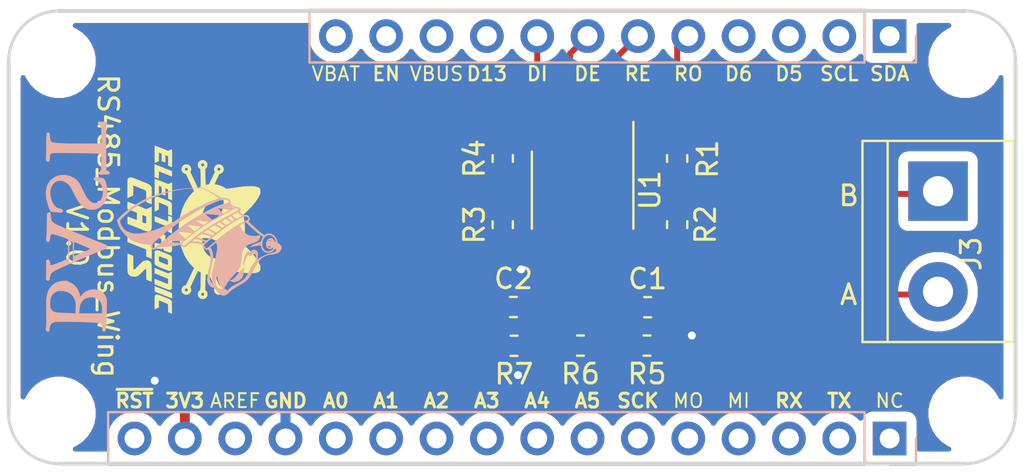
<source format=kicad_pcb>
(kicad_pcb (version 20171130) (host pcbnew "(5.1.6)-1")
  (layers (0 F.Cu signal) (31 B.Cu signal) (34 B.Paste user) (35 F.Paste user) (36 B.SilkS user) (37 F.SilkS user) (38 B.Mask user) (39 F.Mask user) (44 Edge.Cuts user))
  (net 0 "")
  (net 1 /FREE)
  (net 2 /TX)
  (net 3 /RX)
  (net 4 /MISO)
  (net 5 /MOSI)
  (net 6 /SCK)
  (net 7 /A5)
  (net 8 /A4)
  (net 9 /A3)
  (net 10 /A2)
  (net 11 /A1)
  (net 12 /A0)
  (net 13 GND)
  (net 14 /AREF)
  (net 15 +3V3)
  (net 16 /~RST)
  (net 17 /SDA)
  (net 18 /SCL)
  (net 19 /EN)
  (net 20 /VBAT)
  (net 21 /D5)
  (net 22 /D6)
  (net 23 /RO)
  (net 24 /DI)
  (net 25 /D13)
  (net 26 /DE)
  (net 27 /RE)
  (net 28 /VBUS)
  (net 29 /RS485B)
  (net 30 /RS485A)
  (module Aesthetics:electronic_cats_logo_8x6 (layer F.Cu) (at 132.6 85.21 270)
    (fp_text reference G*** hide)
    (fp_text value LOGO hide)
  )
  (module Aesthetics:bast_8x8 (layer B.Cu) (at 131.17 85.05 90)
    (fp_text reference G*** hide)
    (fp_text value LOGO hide)
  )
  (module MountingHole:MountingHole_2.7mm_M2.5 (layer F.Cu) (at 171.51 76.71)
    (fp_text reference REF** hide)
    (fp_text value MountingHole_2.7mm_M2.5 hide)
    (pad 1 np_thru_hole circle (at 0 0) (size 2.7 2.7) (drill 2.7) (layers *.Cu *.Mask))
  )
  (module MountingHole:MountingHole_2.7mm_M2.5 (layer F.Cu) (at 171.51 94.49)
    (fp_text reference REF** hide)
    (fp_text value MountingHole_2.7mm_M2.5 hide)
    (pad 1 np_thru_hole circle (at 0 0) (size 2.7 2.7) (drill 2.7) (layers *.Cu *.Mask))
  )
  (module MountingHole:MountingHole_2.7mm_M2.5 (layer F.Cu) (at 125.79 94.49)
    (fp_text reference REF** hide)
    (fp_text value MountingHole_2.7mm_M2.5 hide)
    (pad 1 np_thru_hole circle (at 0 0) (size 2.7 2.7) (drill 2.7) (layers *.Cu *.Mask))
  )
  (module MountingHole:MountingHole_2.7mm_M2.5 (layer F.Cu) (at 125.79 76.71)
    (fp_text reference REF** hide)
    (fp_text value MountingHole_2.7mm_M2.5 hide)
    (pad 1 np_thru_hole circle (at 0 0) (size 2.7 2.7) (drill 2.7) (layers *.Cu *.Mask))
  )
  (module Connector_PinHeader_2.54mm:PinHeader_1x16_P2.54mm_Vertical (layer B.Cu) (at 167.7 95.76 90)
    (fp_text reference J1 hide)
    (fp_text value "feather long" hide)
    (pad 1 thru_hole rect (at 0 0 90) (size 1.7 1.7) (drill 1) (layers *.Cu *.Mask) (net 1 /FREE))
    (pad 2 thru_hole oval (at 0 -2.54 90) (size 1.7 1.7) (drill 1) (layers *.Cu *.Mask) (net 2 /TX))
    (pad 3 thru_hole oval (at 0 -5.08 90) (size 1.7 1.7) (drill 1) (layers *.Cu *.Mask) (net 3 /RX))
    (pad 4 thru_hole oval (at 0 -7.62 90) (size 1.7 1.7) (drill 1) (layers *.Cu *.Mask) (net 4 /MISO))
    (pad 5 thru_hole oval (at 0 -10.16 90) (size 1.7 1.7) (drill 1) (layers *.Cu *.Mask) (net 5 /MOSI))
    (pad 6 thru_hole oval (at 0 -12.7 90) (size 1.7 1.7) (drill 1) (layers *.Cu *.Mask) (net 6 /SCK))
    (pad 7 thru_hole oval (at 0 -15.24 90) (size 1.7 1.7) (drill 1) (layers *.Cu *.Mask) (net 7 /A5))
    (pad 8 thru_hole oval (at 0 -17.78 90) (size 1.7 1.7) (drill 1) (layers *.Cu *.Mask) (net 8 /A4))
    (pad 9 thru_hole oval (at 0 -20.32 90) (size 1.7 1.7) (drill 1) (layers *.Cu *.Mask) (net 9 /A3))
    (pad 10 thru_hole oval (at 0 -22.86 90) (size 1.7 1.7) (drill 1) (layers *.Cu *.Mask) (net 10 /A2))
    (pad 11 thru_hole oval (at 0 -25.4 90) (size 1.7 1.7) (drill 1) (layers *.Cu *.Mask) (net 11 /A1))
    (pad 12 thru_hole oval (at 0 -27.94 90) (size 1.7 1.7) (drill 1) (layers *.Cu *.Mask) (net 12 /A0))
    (pad 13 thru_hole oval (at 0 -30.48 90) (size 1.7 1.7) (drill 1) (layers *.Cu *.Mask) (net 13 GND))
    (pad 14 thru_hole oval (at 0 -33.02 90) (size 1.7 1.7) (drill 1) (layers *.Cu *.Mask) (net 14 /AREF))
    (pad 15 thru_hole oval (at 0 -35.56 90) (size 1.7 1.7) (drill 1) (layers *.Cu *.Mask) (net 15 +3V3))
    (pad 16 thru_hole oval (at 0 -38.1 90) (size 1.7 1.7) (drill 1) (layers *.Cu *.Mask) (net 16 /~RST))
  )
  (module Connector_PinHeader_2.54mm:PinHeader_1x12_P2.54mm_Vertical (layer B.Cu) (at 167.7 75.44 90)
    (fp_text reference J2 hide)
    (fp_text value "feather short" hide)
    (pad 1 thru_hole rect (at 0 0 90) (size 1.7 1.7) (drill 1) (layers *.Cu *.Mask) (net 17 /SDA))
    (pad 2 thru_hole oval (at 0 -2.54 90) (size 1.7 1.7) (drill 1) (layers *.Cu *.Mask) (net 18 /SCL))
    (pad 3 thru_hole oval (at 0 -5.08 90) (size 1.7 1.7) (drill 1) (layers *.Cu *.Mask) (net 21 /D5))
    (pad 4 thru_hole oval (at 0 -7.62 90) (size 1.7 1.7) (drill 1) (layers *.Cu *.Mask) (net 22 /D6))
    (pad 5 thru_hole oval (at 0 -10.16 90) (size 1.7 1.7) (drill 1) (layers *.Cu *.Mask) (net 23 /RO))
    (pad 6 thru_hole oval (at 0 -12.7 90) (size 1.7 1.7) (drill 1) (layers *.Cu *.Mask) (net 27 /RE))
    (pad 7 thru_hole oval (at 0 -15.24 90) (size 1.7 1.7) (drill 1) (layers *.Cu *.Mask) (net 26 /DE))
    (pad 8 thru_hole oval (at 0 -17.78 90) (size 1.7 1.7) (drill 1) (layers *.Cu *.Mask) (net 24 /DI))
    (pad 9 thru_hole oval (at 0 -20.32 90) (size 1.7 1.7) (drill 1) (layers *.Cu *.Mask) (net 25 /D13))
    (pad 10 thru_hole oval (at 0 -22.86 90) (size 1.7 1.7) (drill 1) (layers *.Cu *.Mask) (net 28 /VBUS))
    (pad 11 thru_hole oval (at 0 -25.4 90) (size 1.7 1.7) (drill 1) (layers *.Cu *.Mask) (net 19 /EN))
    (pad 12 thru_hole oval (at 0 -27.94 90) (size 1.7 1.7) (drill 1) (layers *.Cu *.Mask) (net 20 /VBAT))
  )
  (module Capacitor_SMD:C_0603_1608Metric_Pad1.05x0.95mm_HandSolder (layer F.Cu) (at 155.49 89.13)
    (fp_text reference C1 (at 0 -1.43) (layer F.SilkS))
    (fp_text value 10uF)
    (pad 1 smd roundrect (at -0.875 0) (size 1.05 0.95) (layers F.Cu F.Paste F.Mask) (net 15 +3V3))
    (pad 2 smd roundrect (at 0.875 0) (size 1.05 0.95) (layers F.Cu F.Paste F.Mask) (net 13 GND))
  )
  (module Capacitor_SMD:C_0603_1608Metric_Pad1.05x0.95mm_HandSolder (layer F.Cu) (at 148.72 89.12)
    (fp_text reference C2 (at 0 -1.43) (layer F.SilkS))
    (fp_text value 0.1uF)
    (pad 2 smd roundrect (at 0.875 0) (size 1.05 0.95) (layers F.Cu F.Paste F.Mask) (net 13 GND))
    (pad 1 smd roundrect (at -0.875 0) (size 1.05 0.95) (layers F.Cu F.Paste F.Mask) (net 15 +3V3))
  )
  (module Resistor_SMD:R_0603_1608Metric_Pad1.05x0.95mm_HandSolder (layer F.Cu) (at 156.98 81.62 90)
    (fp_text reference R1 (at -0.03 1.54 90) (layer F.SilkS))
    (fp_text value 10K)
    (pad 2 smd roundrect (at 0.875 0 90) (size 1.05 0.95) (layers F.Cu F.Paste F.Mask) (net 23 /RO))
    (pad 1 smd roundrect (at -0.875 0 90) (size 1.05 0.95) (layers F.Cu F.Paste F.Mask) (net 15 +3V3))
  )
  (module Resistor_SMD:R_0603_1608Metric_Pad1.05x0.95mm_HandSolder (layer F.Cu) (at 156.98 84.96 270)
    (fp_text reference R2 (at 0 -1.43 90) (layer F.SilkS))
    (fp_text value 10K)
    (pad 1 smd roundrect (at -0.875 0 270) (size 1.05 0.95) (layers F.Cu F.Paste F.Mask) (net 15 +3V3))
    (pad 2 smd roundrect (at 0.875 0 270) (size 1.05 0.95) (layers F.Cu F.Paste F.Mask) (net 27 /RE))
  )
  (module Resistor_SMD:R_0603_1608Metric_Pad1.05x0.95mm_HandSolder (layer F.Cu) (at 148.18 84.965 90)
    (fp_text reference R3 (at 0 -1.43 90) (layer F.SilkS))
    (fp_text value 10K)
    (pad 2 smd roundrect (at 0.875 0 90) (size 1.05 0.95) (layers F.Cu F.Paste F.Mask) (net 26 /DE))
    (pad 1 smd roundrect (at -0.875 0 90) (size 1.05 0.95) (layers F.Cu F.Paste F.Mask) (net 15 +3V3))
  )
  (module Resistor_SMD:R_0603_1608Metric_Pad1.05x0.95mm_HandSolder (layer F.Cu) (at 148.18 81.62 90)
    (fp_text reference R4 (at 0 -1.43 90) (layer F.SilkS))
    (fp_text value 10K)
    (pad 1 smd roundrect (at -0.875 0 90) (size 1.05 0.95) (layers F.Cu F.Paste F.Mask) (net 15 +3V3))
    (pad 2 smd roundrect (at 0.875 0 90) (size 1.05 0.95) (layers F.Cu F.Paste F.Mask) (net 24 /DI))
  )
  (module Resistor_SMD:R_0603_1608Metric_Pad1.05x0.95mm_HandSolder (layer F.Cu) (at 155.46 91.07 180)
    (fp_text reference R5 (at 0 -1.43) (layer F.SilkS))
    (fp_text value 20K)
    (pad 1 smd roundrect (at -0.875 0 180) (size 1.05 0.95) (layers F.Cu F.Paste F.Mask) (net 13 GND))
    (pad 2 smd roundrect (at 0.875 0 180) (size 1.05 0.95) (layers F.Cu F.Paste F.Mask) (net 29 /RS485B))
  )
  (module Resistor_SMD:R_0603_1608Metric_Pad1.05x0.95mm_HandSolder (layer F.Cu) (at 152.1 91.07 180)
    (fp_text reference R6 (at 0 -1.43) (layer F.SilkS))
    (fp_text value 120)
    (pad 2 smd roundrect (at 0.875 0 180) (size 1.05 0.95) (layers F.Cu F.Paste F.Mask) (net 30 /RS485A))
    (pad 1 smd roundrect (at -0.875 0 180) (size 1.05 0.95) (layers F.Cu F.Paste F.Mask) (net 29 /RS485B))
  )
  (module Resistor_SMD:R_0603_1608Metric_Pad1.05x0.95mm_HandSolder (layer F.Cu) (at 148.75 91.08 180)
    (fp_text reference R7 (at 0 -1.43) (layer F.SilkS))
    (fp_text value 20K)
    (pad 1 smd roundrect (at -0.875 0 180) (size 1.05 0.95) (layers F.Cu F.Paste F.Mask) (net 30 /RS485A))
    (pad 2 smd roundrect (at 0.875 0 180) (size 1.05 0.95) (layers F.Cu F.Paste F.Mask) (net 15 +3V3))
  )
  (module Package_SO:SOIC-8_3.9x4.9mm_P1.27mm (layer F.Cu) (at 152.21 83.22 270)
    (fp_text reference U1 (at 0 -3.4 90) (layer F.SilkS))
    (fp_text value SP3485EN)
    (pad 1 smd roundrect (at -2.475 -1.905 270) (size 1.95 0.6) (layers F.Cu F.Paste F.Mask) (net 23 /RO))
    (pad 2 smd roundrect (at -2.475 -0.635 270) (size 1.95 0.6) (layers F.Cu F.Paste F.Mask) (net 27 /RE))
    (pad 3 smd roundrect (at -2.475 0.635 270) (size 1.95 0.6) (layers F.Cu F.Paste F.Mask) (net 26 /DE))
    (pad 4 smd roundrect (at -2.475 1.905 270) (size 1.95 0.6) (layers F.Cu F.Paste F.Mask) (net 24 /DI))
    (pad 5 smd roundrect (at 2.475 1.905 270) (size 1.95 0.6) (layers F.Cu F.Paste F.Mask) (net 13 GND))
    (pad 6 smd roundrect (at 2.475 0.635 270) (size 1.95 0.6) (layers F.Cu F.Paste F.Mask) (net 30 /RS485A))
    (pad 7 smd roundrect (at 2.475 -0.635 270) (size 1.95 0.6) (layers F.Cu F.Paste F.Mask) (net 29 /RS485B))
    (pad 8 smd roundrect (at 2.475 -1.905 270) (size 1.95 0.6) (layers F.Cu F.Paste F.Mask) (net 15 +3V3))
  )
  (module TerminalBlock:TerminalBlock_bornier-2_P5.08mm (layer F.Cu) (at 170.14 83.27 270)
    (fp_text reference J3 (at 3.16 -1.67 90) (layer F.SilkS))
    (fp_text value Screw_Terminal_01x02)
    (pad 1 thru_hole rect (at 0 0 270) (size 3 3) (drill 1.52) (layers *.Cu *.Mask) (net 29 /RS485B))
    (pad 2 thru_hole circle (at 5.08 0 270) (size 3 3) (drill 1.52) (layers *.Cu *.Mask) (net 30 /RS485A))
  )
  (gr_text A (at 165.63 88.5) (layer F.SilkS) (effects (font (size 1 1))))
  (gr_text B (at 165.64 83.5) (layer F.SilkS) (effects (font (size 1 1))))
  (gr_text V1.0 (at 126.69 85.48 270) (layer F.SilkS) (effects (font (size 1 1))))
  (gr_text RS485_Modbus_Wing (at 128.26 85.03 270) (layer F.SilkS) (effects (font (size 1 1))))
  (gr_text "VBUS\n" (at 144.84 77.345) (layer F.SilkS) (effects (font (size 0.7 0.7) (thickness 0.1))))
  (gr_text VBAT (at 139.76 77.345) (layer F.SilkS) (effects (font (size 0.7 0.7) (thickness 0.1))))
  (gr_text EN (at 142.3 77.345) (layer F.SilkS) (effects (font (size 0.7 0.7) (thickness 0.125))))
  (gr_text "D13\n" (at 147.38 77.345) (layer F.SilkS) (effects (font (size 0.7 0.7) (thickness 0.125))))
  (gr_text DI (at 149.92 77.345) (layer F.SilkS) (effects (font (size 0.7 0.7) (thickness 0.125))))
  (gr_text DE (at 152.46 77.345) (layer F.SilkS) (effects (font (size 0.7 0.7) (thickness 0.125))))
  (gr_text RE (at 155 77.345) (layer F.SilkS) (effects (font (size 0.7 0.7) (thickness 0.125))))
  (gr_text RO (at 157.54 77.345) (layer F.SilkS) (effects (font (size 0.7 0.7) (thickness 0.125))))
  (gr_text D6 (at 160.08 77.345) (layer F.SilkS) (effects (font (size 0.7 0.7) (thickness 0.125))))
  (gr_text D5 (at 162.62 77.345) (layer F.SilkS) (effects (font (size 0.7 0.7) (thickness 0.125))))
  (gr_text SCL (at 165.16 77.345) (layer F.SilkS) (effects (font (size 0.7 0.7) (thickness 0.125))))
  (gr_text SDA (at 167.7 77.345) (layer F.SilkS) (effects (font (size 0.7 0.7) (thickness 0.125))))
  (gr_text NC (at 167.7 93.855) (layer F.SilkS) (effects (font (size 0.7 0.7) (thickness 0.1))))
  (gr_text TX (at 165.16 93.855) (layer F.SilkS) (effects (font (size 0.7 0.7))))
  (gr_text RX (at 162.62 93.855) (layer F.SilkS) (effects (font (size 0.7 0.7))))
  (gr_text MI (at 160.08 93.855) (layer F.SilkS) (effects (font (size 0.7 0.7) (thickness 0.1))))
  (gr_text MO (at 157.54 93.855) (layer F.SilkS) (effects (font (size 0.7 0.7) (thickness 0.1))))
  (gr_text SCK (at 155 93.855) (layer F.SilkS) (effects (font (size 0.7 0.7))))
  (gr_text A5 (at 152.46 93.855) (layer F.SilkS) (effects (font (size 0.7 0.7))))
  (gr_text A4 (at 149.92 93.855) (layer F.SilkS) (effects (font (size 0.7 0.7))))
  (gr_text A3 (at 147.38 93.855) (layer F.SilkS) (effects (font (size 0.7 0.7))))
  (gr_text A2 (at 144.84 93.855) (layer F.SilkS) (effects (font (size 0.7 0.7))))
  (gr_text A1 (at 142.3 93.855) (layer F.SilkS) (effects (font (size 0.7 0.7))))
  (gr_text A0 (at 139.76 93.855) (layer F.SilkS) (effects (font (size 0.7 0.7))))
  (gr_text GND (at 137.22 93.855) (layer F.SilkS) (effects (font (size 0.7 0.7))))
  (gr_text AREF (at 134.68 93.855) (layer F.SilkS) (effects (font (size 0.7 0.7) (thickness 0.1))))
  (gr_text 3V3 (at 132.14 93.855) (layer F.SilkS) (effects (font (size 0.7 0.7))))
  (gr_text ~RST (at 129.6 93.855) (layer F.SilkS) (effects (font (size 0.7 0.7))))
  (gr_arc (start 171.51 76.71) (end 174.05 76.71) (angle -90) (layer Edge.Cuts) (width 0.15))
  (gr_arc (start 171.51 94.49) (end 171.51 97.03) (angle -90) (layer Edge.Cuts) (width 0.15))
  (gr_arc (start 125.79 94.49) (end 123.25 94.49) (angle -90) (layer Edge.Cuts) (width 0.15))
  (gr_arc (start 125.79 76.71) (end 125.79 74.17) (angle -90) (layer Edge.Cuts) (width 0.15))
  (gr_line (start 123.25 94.49) (end 123.25 76.71) (layer Edge.Cuts) (width 0.2))
  (gr_line (start 171.51 97.03) (end 125.79 97.03) (layer Edge.Cuts) (width 0.2))
  (gr_line (start 174.05 76.71) (end 174.05 94.49) (layer Edge.Cuts) (width 0.2))
  (gr_line (start 125.79 74.17) (end 171.51 74.17) (layer Edge.Cuts) (width 0.2))
  (segment (start 137.22 95.76) (end 137.22 94.05) (width 0.5) (layer B.Cu) (net 13))
  (via (at 130.62 92.84) (size 0.8) (drill 0.4) (layers F.Cu B.Cu) (net 13))
  (segment (start 137.22 94.05) (end 136.01 92.84) (width 0.5) (layer B.Cu) (net 13))
  (segment (start 136.01 92.84) (end 130.62 92.84) (width 0.5) (layer B.Cu) (net 13))
  (via (at 157.72 90.56) (size 0.8) (drill 0.4) (layers F.Cu B.Cu) (net 13))
  (via (at 149.11 87.22) (size 0.8) (drill 0.4) (layers F.Cu B.Cu) (net 13))
  (segment (start 150.305 85.695) (end 150.305 86.025) (width 0.5) (layer F.Cu) (net 13))
  (segment (start 150.305 86.025) (end 149.11 87.22) (width 0.5) (layer F.Cu) (net 13))
  (segment (start 149.11 87.22) (end 149.11 92.4) (width 0.5) (layer B.Cu) (net 13))
  (segment (start 149.11 92.4) (end 148.95 92.56) (width 0.5) (layer B.Cu) (net 13))
  (via (at 148.95 92.56) (size 0.8) (drill 0.4) (layers F.Cu B.Cu) (net 13))
  (segment (start 149.11 88.635) (end 149.595 89.12) (width 0.5) (layer F.Cu) (net 13))
  (segment (start 149.11 87.22) (end 149.11 88.635) (width 0.5) (layer F.Cu) (net 13))
  (segment (start 157.12 91.16) (end 157.72 90.56) (width 0.5) (layer F.Cu) (net 13))
  (segment (start 156.375 91.16) (end 157.12 91.16) (width 0.5) (layer F.Cu) (net 13))
  (segment (start 155.47 87.05) (end 158.15 87.05) (width 0.5) (layer F.Cu) (net 15))
  (segment (start 158.15 87.05) (end 158.47 86.73) (width 0.5) (layer F.Cu) (net 15))
  (segment (start 158.47 86.73) (end 158.47 84.5) (width 0.5) (layer F.Cu) (net 15))
  (segment (start 158.055 84.085) (end 156.98 84.085) (width 0.5) (layer F.Cu) (net 15))
  (segment (start 158.47 84.5) (end 158.055 84.085) (width 0.5) (layer F.Cu) (net 15))
  (segment (start 156.98 84.085) (end 156.98 82.495) (width 0.5) (layer F.Cu) (net 15))
  (segment (start 154.115 85.070744) (end 154.115 85.695) (width 0.5) (layer F.Cu) (net 15))
  (segment (start 153.264246 84.21999) (end 154.115 85.070744) (width 0.5) (layer F.Cu) (net 15))
  (segment (start 149.80001 84.21999) (end 153.264246 84.21999) (width 0.5) (layer F.Cu) (net 15))
  (segment (start 148.18 85.84) (end 149.80001 84.21999) (width 0.5) (layer F.Cu) (net 15))
  (segment (start 147.05 85.84) (end 148.18 85.84) (width 0.5) (layer F.Cu) (net 15))
  (segment (start 146.63 85.42) (end 147.05 85.84) (width 0.5) (layer F.Cu) (net 15))
  (segment (start 146.63 83.08) (end 146.63 83.94) (width 0.5) (layer F.Cu) (net 15))
  (segment (start 146.63 83.94) (end 146.63 85.42) (width 0.5) (layer F.Cu) (net 15))
  (segment (start 148.18 82.495) (end 146.995 82.495) (width 0.5) (layer F.Cu) (net 15))
  (segment (start 146.995 82.495) (end 146.63 82.86) (width 0.5) (layer F.Cu) (net 15))
  (segment (start 148.105 85.915) (end 148.18 85.84) (width 0.5) (layer F.Cu) (net 15))
  (segment (start 148.105 89.21) (end 148.105 85.915) (width 0.5) (layer F.Cu) (net 15))
  (segment (start 132.14 94.1) (end 132.75 93.49) (width 0.5) (layer F.Cu) (net 15))
  (segment (start 132.14 95.76) (end 132.14 94.1) (width 0.5) (layer F.Cu) (net 15))
  (segment (start 146.63 82.86) (end 146.63 83.08) (width 0.5) (layer F.Cu) (net 15))
  (segment (start 148.05 90.905) (end 147.875 91.08) (width 0.5) (layer F.Cu) (net 15))
  (segment (start 147.845 89.12) (end 148.05 89.325) (width 0.5) (layer F.Cu) (net 15))
  (segment (start 148.05 89.325) (end 148.05 90.905) (width 0.5) (layer F.Cu) (net 15))
  (segment (start 154.615 89.13) (end 154.615 88.335) (width 0.5) (layer F.Cu) (net 15))
  (segment (start 154.615 88.335) (end 154.115 87.835) (width 0.5) (layer F.Cu) (net 15))
  (segment (start 154.37 87.05) (end 154.115 87.305) (width 0.5) (layer F.Cu) (net 15))
  (segment (start 155.47 87.05) (end 154.37 87.05) (width 0.5) (layer F.Cu) (net 15))
  (segment (start 154.115 87.835) (end 154.115 87.305) (width 0.5) (layer F.Cu) (net 15))
  (segment (start 154.115 87.305) (end 154.115 85.695) (width 0.5) (layer F.Cu) (net 15))
  (segment (start 154.115 86.795) (end 154.37 87.05) (width 0.5) (layer F.Cu) (net 15))
  (segment (start 154.115 85.695) (end 154.115 86.795) (width 0.5) (layer F.Cu) (net 15))
  (segment (start 145.465 93.49) (end 147.875 91.08) (width 0.5) (layer F.Cu) (net 15))
  (segment (start 140.55 93.49) (end 145.465 93.49) (width 0.5) (layer F.Cu) (net 15))
  (segment (start 132.75 93.49) (end 140.55 93.49) (width 0.5) (layer F.Cu) (net 15))
  (segment (start 154.115 80.745) (end 156.98 80.745) (width 0.3) (layer F.Cu) (net 23))
  (segment (start 156.98 76) (end 157.54 75.44) (width 0.3) (layer F.Cu) (net 23))
  (segment (start 156.98 80.745) (end 156.98 76) (width 0.3) (layer F.Cu) (net 23))
  (segment (start 149.92 75.44) (end 149.92 77.77) (width 0.3) (layer F.Cu) (net 24))
  (segment (start 150.305 78.155) (end 150.305 80.745) (width 0.3) (layer F.Cu) (net 24))
  (segment (start 149.92 77.77) (end 150.305 78.155) (width 0.3) (layer F.Cu) (net 24))
  (segment (start 148.18 80.745) (end 150.305 80.745) (width 0.3) (layer F.Cu) (net 24))
  (segment (start 151.575 76.325) (end 152.46 75.44) (width 0.3) (layer F.Cu) (net 26))
  (segment (start 151.575 80.745) (end 151.575 76.325) (width 0.3) (layer F.Cu) (net 26))
  (segment (start 151.575 82.205) (end 151.575 80.745) (width 0.3) (layer F.Cu) (net 26))
  (segment (start 148.99 84.09) (end 149.23 83.85) (width 0.3) (layer F.Cu) (net 26))
  (segment (start 151.39 82.39) (end 151.575 82.205) (width 0.3) (layer F.Cu) (net 26))
  (segment (start 149.23 82.75) (end 149.59 82.39) (width 0.3) (layer F.Cu) (net 26))
  (segment (start 149.59 82.39) (end 151.39 82.39) (width 0.3) (layer F.Cu) (net 26))
  (segment (start 148.18 84.09) (end 148.99 84.09) (width 0.3) (layer F.Cu) (net 26))
  (segment (start 149.23 83.85) (end 149.23 82.75) (width 0.3) (layer F.Cu) (net 26))
  (segment (start 155 75.44) (end 152.82 77.62) (width 0.3) (layer F.Cu) (net 27))
  (segment (start 152.82 80.72) (end 152.845 80.745) (width 0.3) (layer F.Cu) (net 27))
  (segment (start 152.82 77.62) (end 152.82 80.72) (width 0.3) (layer F.Cu) (net 27))
  (segment (start 155.83 85.52) (end 156.145 85.835) (width 0.3) (layer F.Cu) (net 27))
  (segment (start 156.145 85.835) (end 156.98 85.835) (width 0.3) (layer F.Cu) (net 27))
  (segment (start 152.845 81.985) (end 153.48 82.62) (width 0.3) (layer F.Cu) (net 27))
  (segment (start 152.845 80.745) (end 152.845 81.985) (width 0.3) (layer F.Cu) (net 27))
  (segment (start 153.48 82.62) (end 155.25 82.62) (width 0.3) (layer F.Cu) (net 27))
  (segment (start 155.25 82.62) (end 155.83 83.2) (width 0.3) (layer F.Cu) (net 27))
  (segment (start 155.83 83.2) (end 155.83 85.52) (width 0.3) (layer F.Cu) (net 27))
  (segment (start 161.19 83.41) (end 170.09 83.41) (width 0.3) (layer F.Cu) (net 29))
  (segment (start 159.17 85.43) (end 161.19 83.41) (width 0.3) (layer F.Cu) (net 29))
  (segment (start 159.17 89.7) (end 159.17 85.43) (width 0.3) (layer F.Cu) (net 29))
  (segment (start 159.17 89.7) (end 159.17 91.44) (width 0.3) (layer F.Cu) (net 29))
  (segment (start 159.17 91.44) (end 158.31 92.3) (width 0.3) (layer F.Cu) (net 29))
  (segment (start 158.31 92.3) (end 153.2 92.3) (width 0.3) (layer F.Cu) (net 29))
  (segment (start 152.975 92.075) (end 152.975 91.07) (width 0.3) (layer F.Cu) (net 29))
  (segment (start 153.2 92.3) (end 152.975 92.075) (width 0.3) (layer F.Cu) (net 29))
  (segment (start 154.585 91.07) (end 152.975 91.07) (width 0.3) (layer F.Cu) (net 29))
  (segment (start 154.585 90.405) (end 154.585 91.07) (width 0.3) (layer F.Cu) (net 29))
  (segment (start 154.3 90.12) (end 154.585 90.405) (width 0.3) (layer F.Cu) (net 29))
  (segment (start 153.76 90.12) (end 154.3 90.12) (width 0.3) (layer F.Cu) (net 29))
  (segment (start 152.845 85.695) (end 152.845 89.205) (width 0.3) (layer F.Cu) (net 29))
  (segment (start 152.845 89.205) (end 153.76 90.12) (width 0.3) (layer F.Cu) (net 29))
  (segment (start 149.635 91.07) (end 151.225 91.07) (width 0.3) (layer F.Cu) (net 30))
  (segment (start 149.625 91.08) (end 149.635 91.07) (width 0.3) (layer F.Cu) (net 30))
  (segment (start 151.575 85.695) (end 151.575 89.175) (width 0.3) (layer F.Cu) (net 30))
  (segment (start 151.575 89.175) (end 150.78 89.97) (width 0.3) (layer F.Cu) (net 30))
  (segment (start 150.78 89.97) (end 150.12 89.97) (width 0.3) (layer F.Cu) (net 30))
  (segment (start 150.12 89.97) (end 149.625 90.465) (width 0.3) (layer F.Cu) (net 30))
  (segment (start 149.625 91.08) (end 149.625 90.465) (width 0.3) (layer F.Cu) (net 30))
  (segment (start 151.225 92.185) (end 151.225 91.07) (width 0.3) (layer F.Cu) (net 30))
  (segment (start 151.89 92.85) (end 151.225 92.185) (width 0.3) (layer F.Cu) (net 30))
  (segment (start 170.09 88.49) (end 163.31 88.49) (width 0.3) (layer F.Cu) (net 30))
  (segment (start 158.95 92.85) (end 151.89 92.85) (width 0.3) (layer F.Cu) (net 30))
  (segment (start 163.31 88.49) (end 158.95 92.85) (width 0.3) (layer F.Cu) (net 30))
  (zone (net 13) (net_name GND) (layer F.Cu) (connect_pads (clearance 0.508)) (min_thickness 0.254) (fill yes (arc_segments 32) (thermal_gap 0.508) (thermal_bridge_width 0.508))
    (polygon (pts (xy 174.06 74.17) (xy 174.04 96.98) (xy 123.28 97.02) (xy 123.28 74.15)))
  )
  (zone (net 13) (net_name GND) (layer B.Cu) (connect_pads (clearance 0.508)) (min_thickness 0.254) (fill yes (arc_segments 32) (thermal_gap 0.508) (thermal_bridge_width 0.508))
    (polygon (pts (xy 174.01 96.98) (xy 123.37 96.83) (xy 123.28 96.83) (xy 123.28 74.15) (xy 174.06 74.14)))
  )
)
</source>
